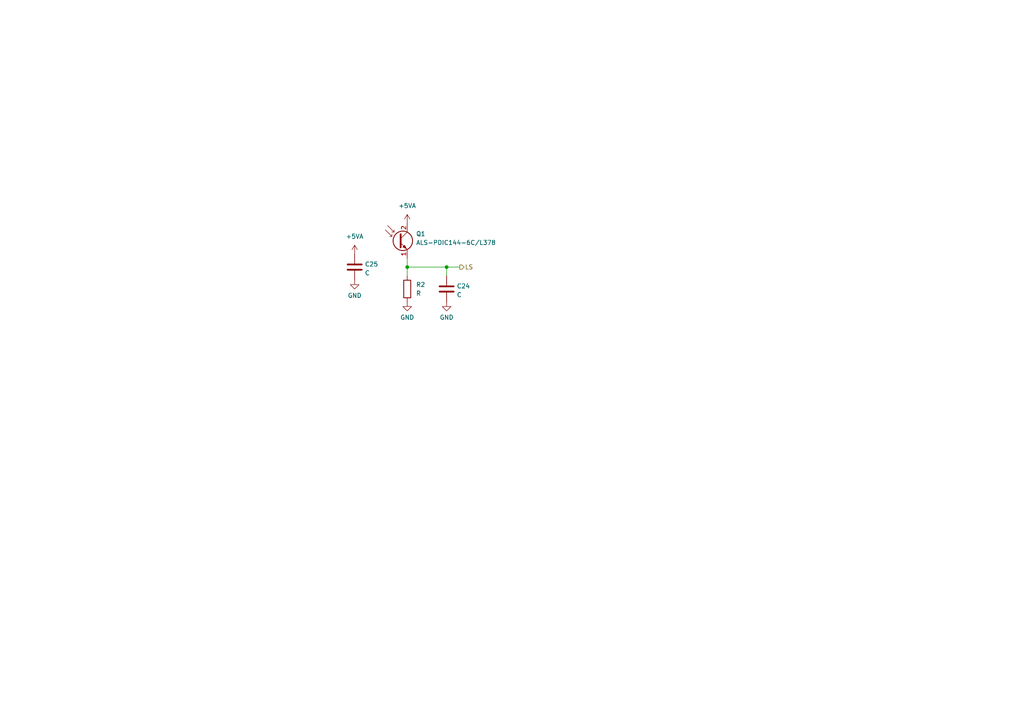
<source format=kicad_sch>
(kicad_sch (version 20231120) (generator "eeschema") (generator_version "8.0")
  (paper "A4")
  (lib_symbols
    (symbol "Device:C" (pin_numbers hide) (pin_names (offset 0.254))
      (property "Reference" "C" (at 0.635 2.54 0))
      (property "Value" "C" (at 0.635 -2.54 0))
      (symbol "C_0_1"
        (polyline (pts (xy -2.032 -0.762) (xy 2.032 -0.762)) (stroke (width 0.508)))
        (polyline (pts (xy -2.032 0.762) (xy 2.032 0.762)) (stroke (width 0.508)))
      )
      (symbol "C_1_1"
        (pin passive line (at 0 3.81 270) (length 2.794) (name "~") (number "1"))
        (pin passive line (at 0 -3.81 90) (length 2.794) (name "~") (number "2"))
      )
    )
    (symbol "Device:Q_Photo_NPN_EC" (pin_names (offset 0) hide)
      (property "Reference" "Q" (at 5.08 1.27 0))
      (property "Value" "Q_Photo_NPN_EC" (at 5.08 -1.27 0))
      (symbol "Q_Photo_NPN_EC_0_1"
        (polyline (pts (xy -1.905 1.27) (xy -2.54 1.27)))
        (polyline (pts (xy -1.27 2.54) (xy -1.905 2.54)))
        (polyline (pts (xy 0.635 0.635) (xy 2.54 2.54)))
        (polyline (pts (xy -3.81 3.175) (xy -1.905 1.27) (xy -1.905 1.905)))
        (polyline (pts (xy -3.175 4.445) (xy -1.27 2.54) (xy -1.27 3.175)))
        (polyline (pts (xy 0.635 -0.635) (xy 2.54 -2.54) (xy 2.54 -2.54)))
        (polyline (pts (xy 0.635 1.905) (xy 0.635 -1.905) (xy 0.635 -1.905)) (stroke (width 0.508)))
        (polyline (pts (xy 1.27 -1.778) (xy 1.778 -1.27) (xy 2.286 -2.286) (xy 1.27 -1.778) (xy 1.27 -1.778)) (fill (type outline)))
        (circle (center 1.27 0) (radius 2.8194) (stroke (width 0.254)))
      )
      (symbol "Q_Photo_NPN_EC_1_1"
        (pin passive line (at 2.54 -5.08 90) (length 2.54) (name "E") (number "1"))
        (pin passive line (at 2.54 5.08 270) (length 2.54) (name "C") (number "2"))
      )
    )
    (symbol "Device:R" (pin_numbers hide) (pin_names (offset 0))
      (property "Reference" "R" (at 2.032 0 90))
      (property "Value" "R" (at 0 0 90))
      (symbol "R_0_1"
        (rectangle (start -1.016 -2.54) (end 1.016 2.54) (stroke (width 0.254)))
      )
      (symbol "R_1_1"
        (pin passive line (at 0 3.81 270) (length 1.27) (name "~") (number "1"))
        (pin passive line (at 0 -3.81 90) (length 1.27) (name "~") (number "2"))
      )
    )
    (symbol "power:+5VA" (power) (pin_names (offset 0))
      (property "Value" "+5VA" (at 0 3.556 0))
      (symbol "+5VA_0_1"
        (polyline (pts (xy -0.762 1.27) (xy 0 2.54)))
        (polyline (pts (xy 0 0) (xy 0 2.54)))
        (polyline (pts (xy 0 2.54) (xy 0.762 1.27)))
      )
      (symbol "+5VA_1_1"
        (pin power_in line (at 0 0 90) (length 0) hide (name "+5VA") (number "1"))
      )
    )
    (symbol "power:GND" (power) (pin_names (offset 0))
      (property "Value" "GND" (at 0 -3.81 0))
      (symbol "GND_0_1"
        (polyline (pts (xy 0 0) (xy 0 -1.27) (xy 1.27 -1.27) (xy 0 -2.54) (xy -1.27 -1.27) (xy 0 -1.27)))
      )
      (symbol "GND_1_1"
        (pin power_in line (at 0 0 270) (length 0) hide (name "GND") (number "1"))
      )
    )
  )
  (junction (at 129.54 77.47))
  (junction (at 118.11 77.47))
  (wire (pts (xy 129.54 77.47) (xy 129.54 80.01)))
  (wire (pts (xy 118.11 74.93) (xy 118.11 77.47)))
  (wire (pts (xy 118.11 77.47) (xy 118.11 80.01)))
  (wire (pts (xy 118.11 77.47) (xy 129.54 77.47)))
  (wire (pts (xy 129.54 77.47) (xy 133.35 77.47)))
  (hierarchical_label "LS" (shape output) (at 133.35 77.47 0))
  (symbol (lib_id "Device:C") (at 129.54 83.82 180) (unit 1)
    (property "Reference" "C24" (at 132.461 82.9853 0) (effects (justify right)))
    (property "Value" "C" (at 132.461 85.5222 0) (effects (justify right)))
    (property "Footprint" "Capacitor_SMD:C_0603_1608Metric" (effects (hide yes)))
    (instances (project "knob_base" (path "" (reference "C24") (unit 1))) (project "night_light" (path "" (reference "C13") (unit 1))))
  )
  (symbol (lib_id "power:GND") (at 118.11 87.63 0) (unit 1)
    (property "Reference" "#PWR06" (effects (hide yes)))
    (property "Value" "GND" (at 118.11 92.0734 0))
  )
  (symbol (lib_id "power:GND") (at 129.54 87.63 0) (unit 1)
    (property "Reference" "#PWR082" (effects (hide yes)))
    (property "Value" "GND" (at 129.54 92.0734 0))
    (instances (project "knob_base" (path "" (reference "#PWR082") (unit 1))) (project "night_light" (path "" (reference "#PWR0135") (unit 1))))
  )
  (symbol (lib_id "power:GND") (at 102.87 81.28 0) (unit 1)
    (property "Reference" "#PWR080" (effects (hide yes)))
    (property "Value" "GND" (at 102.87 85.7234 0))
    (instances (project "knob_base" (path "" (reference "#PWR080") (unit 1))) (project "night_light" (path "" (reference "#PWR0135") (unit 1))))
  )
  (symbol (lib_id "power:+5VA") (at 118.11 64.77 0) (unit 1)
    (property "Reference" "#PWR084" (effects (hide yes)))
    (property "Value" "+5VA" (at 118.11 59.69 0))
  )
  (symbol (lib_id "Device:C") (at 102.87 77.47 180) (unit 1)
    (property "Reference" "C25" (at 105.791 76.6353 0) (effects (justify right)))
    (property "Value" "C" (at 105.791 79.1722 0) (effects (justify right)))
    (property "Footprint" "Capacitor_SMD:C_0603_1608Metric" (effects (hide yes)))
    (instances (project "knob_base" (path "" (reference "C25") (unit 1))) (project "night_light" (path "" (reference "C13") (unit 1))))
  )
  (symbol (lib_id "power:+5VA") (at 102.87 73.66 0) (unit 1)
    (property "Reference" "#PWR083" (effects (hide yes)))
    (property "Value" "+5VA" (at 102.87 68.58 0))
  )
  (symbol (lib_id "Device:Q_Photo_NPN_EC") (at 115.57 69.85 0) (unit 1) (in_bom no)
    (property "Reference" "Q1" (at 120.65 67.8306 0) (effects (justify left)))
    (property "Value" "ALS-PDIC144-6C/L378" (at 120.65 70.3706 0) (effects (justify left)))
    (property "Footprint" "LED_THT:LED_D3.0mm_FlatTop" (effects (hide yes)))
    (property "Description" "NPN phototransistor, emitter/collector" (effects (hide yes)))
  )
  (symbol (lib_id "Device:R") (at 118.11 83.82 180) (unit 1)
    (property "Reference" "R2" (at 120.65 82.5499 0) (effects (justify right)))
    (property "Value" "R" (at 120.65 85.0899 0) (effects (justify right)))
    (property "Footprint" "Resistor_SMD:R_0603_1608Metric" (effects (hide yes)))
    (instances (project "knob_base" (path "" (reference "R2") (unit 1))) (project "night_light" (path "" (reference "R12") (unit 1))))
  )
)
</source>
